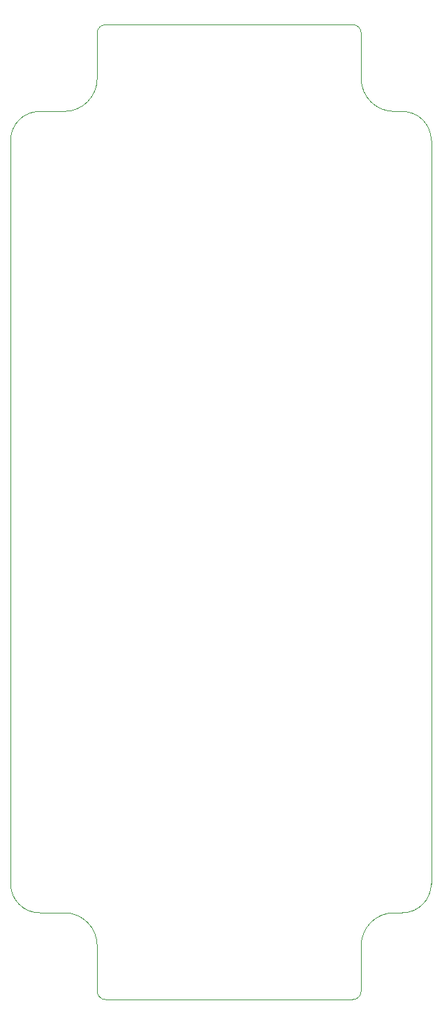
<source format=gbr>
%TF.GenerationSoftware,Altium Limited,Altium Designer,22.5.1 (42)*%
G04 Layer_Color=0*
%FSLAX45Y45*%
%MOMM*%
%TF.SameCoordinates,B0F14D10-A82B-43C6-BF60-515EF57ECD05*%
%TF.FilePolarity,Positive*%
%TF.FileFunction,Profile,NP*%
%TF.Part,Single*%
G01*
G75*
%TA.AperFunction,Profile*%
%ADD209C,0.02540*%
D209*
X-2100000Y-4849499D02*
X-1800000D01*
D02*
G02*
X-1400000Y-5249499I0J-400000D01*
G01*
Y-5799499D01*
D02*
G03*
X-1300000Y-5899499I100000J0D01*
G01*
X1700000Y-5899499D01*
D02*
G03*
X1800000Y-5799499I0J100000D01*
G01*
Y-5249499D01*
D02*
G02*
X2200000Y-4849499I400000J0D01*
G01*
X2300000D01*
D02*
G03*
X2650000Y-4499499I0J350000D01*
G01*
X2650000Y4500501D01*
D02*
G03*
X2300000Y4850501I-350000J-0D01*
G01*
X2200000D01*
D02*
G02*
X1800000Y5250501I0J400000D01*
G01*
X1800000Y5800501D01*
D02*
G03*
X1700000Y5900501I-100000J0D01*
G01*
X-1300000Y5900501D01*
D02*
G03*
X-1400000Y5800501I-0J-100000D01*
G01*
Y5250501D01*
D02*
G02*
X-1800000Y4850501I-400000J0D01*
G01*
X-2100000D01*
D02*
G03*
X-2450000Y4500501I-0J-350000D01*
G01*
X-2450000Y-4499499D01*
D02*
G03*
X-2100000Y-4849499I350000J-0D01*
G01*
%TF.MD5,5d947272cb22a2ddbf6cf5fb6661941d*%
M02*

</source>
